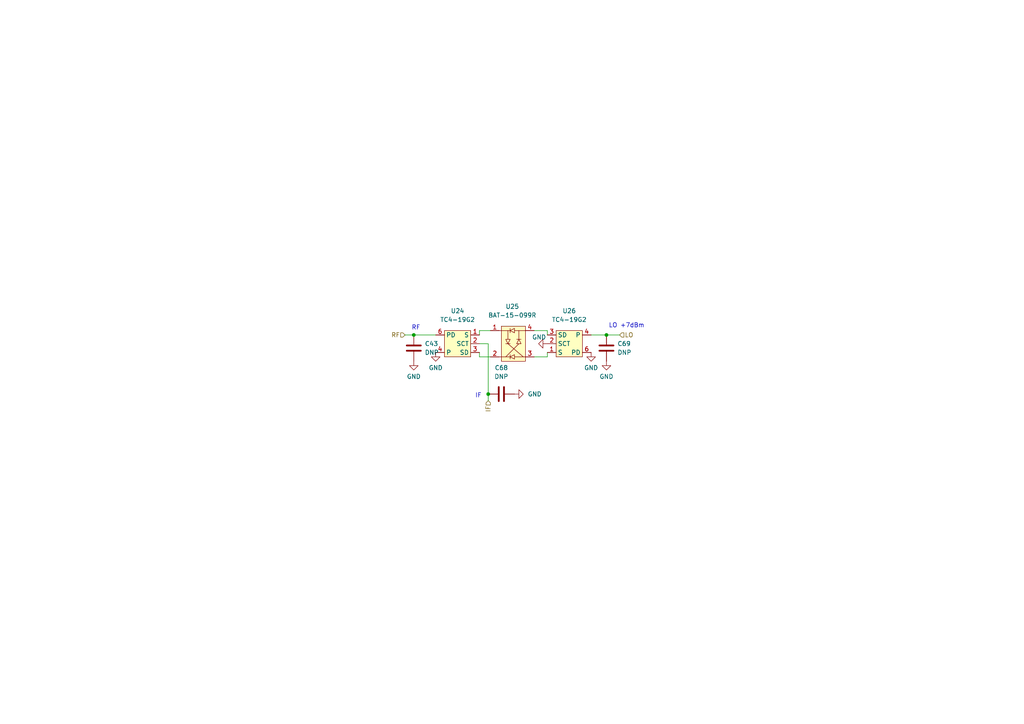
<source format=kicad_sch>
(kicad_sch (version 20211123) (generator eeschema)
  (paper "A4")
  (lib_symbols
    (symbol "Device:C" (pin_numbers hide) (pin_names (offset 0.254))
      (property "Reference" "C" (at 0.635 2.54 0))
      (property "Value" "C" (at 0.635 -2.54 0))
      (symbol "C_0_1"
        (polyline (pts (xy -2.032 -0.762) (xy 2.032 -0.762)) (stroke (width 0.508)))
        (polyline (pts (xy -2.032 0.762) (xy 2.032 0.762)) (stroke (width 0.508)))
      )
      (symbol "C_1_1"
        (pin passive line (at 0 3.81 270) (length 2.794) (name "~") (number "1"))
        (pin passive line (at 0 -3.81 90) (length 2.794) (name "~") (number "2"))
      )
    )
    (symbol "RF Parts:BAT-15-099R"
      (property "Reference" "U" (at 0.635 7.62 0))
      (property "Value" "BAT-15-099R" (at 0.635 5.715 0))
      (symbol "BAT-15-099R_0_1"
        (rectangle (start -3.175 4.445) (end 3.81 -5.715) (fill (type background)))
        (polyline (pts (xy -3.81 3.175) (xy -0.635 3.175)))
        (polyline (pts (xy -1.905 -4.445) (xy 1.905 -0.635)))
        (polyline (pts (xy -1.27 -0.635) (xy 3.175 -4.445)))
        (polyline (pts (xy -1.27 3.175) (xy -1.27 0.635)))
        (polyline (pts (xy -0.635 -5.08) (xy -0.635 -3.81)))
        (polyline (pts (xy -0.635 -4.445) (xy -3.81 -4.445)))
        (polyline (pts (xy -0.635 -0.635) (xy -1.905 -0.635)))
        (polyline (pts (xy -0.635 2.54) (xy -0.635 3.81)))
        (polyline (pts (xy 0.635 3.175) (xy 3.81 3.175)))
        (polyline (pts (xy 1.27 0.635) (xy 2.54 0.635)))
        (polyline (pts (xy 1.905 0.635) (xy 1.905 3.175)))
        (polyline (pts (xy 3.81 -4.445) (xy 0.635 -4.445)))
        (polyline (pts (xy -0.635 0.635) (xy -1.905 0.635) (xy -1.27 -0.635) (xy -0.635 0.635)))
        (polyline (pts (xy 0.635 -5.08) (xy 0.635 -3.81) (xy -0.635 -4.445) (xy 0.635 -5.08)))
        (polyline (pts (xy 0.635 2.54) (xy 0.635 3.81) (xy -0.635 3.175) (xy 0.635 2.54)))
        (polyline (pts (xy 1.27 -0.635) (xy 2.54 -0.635) (xy 1.905 0.635) (xy 1.27 -0.635)))
      )
      (symbol "BAT-15-099R_1_1"
        (pin passive line (at -6.35 3.175 0) (length 2.54) (name "") (number "1"))
        (pin passive line (at -6.35 -4.445 0) (length 2.54) (name "") (number "2"))
        (pin passive line (at 6.35 -4.445 180) (length 2.54) (name "") (number "3"))
        (pin passive line (at 6.35 3.175 180) (length 2.54) (name "") (number "4"))
      )
    )
    (symbol "RF Parts:TC4-19G2"
      (property "Reference" "U" (at 0 6.35 0))
      (property "Value" "TC4-19G2" (at 0 4.445 0))
      (symbol "TC4-19G2_0_1"
        (rectangle (start -3.81 3.175) (end 3.81 -4.445) (fill (type background)))
      )
      (symbol "TC4-19G2_1_1"
        (pin passive line (at 6.35 1.905 180) (length 2.54) (name "S") (number "1"))
        (pin passive line (at 6.35 -0.635 180) (length 2.54) (name "SCT") (number "2"))
        (pin passive line (at 6.35 -3.175 180) (length 2.54) (name "SD") (number "3"))
        (pin passive line (at -6.35 -3.175 0) (length 2.54) (name "P") (number "4"))
        (pin passive line (at -6.35 1.905 0) (length 2.54) (name "PD") (number "6"))
      )
    )
    (symbol "power:GND" (power) (pin_names (offset 0))
      (property "Value" "GND" (at 0 -3.81 0))
      (symbol "GND_0_1"
        (polyline (pts (xy 0 0) (xy 0 -1.27) (xy 1.27 -1.27) (xy 0 -2.54) (xy -1.27 -1.27) (xy 0 -1.27)))
      )
      (symbol "GND_1_1"
        (pin power_in line (at 0 0 270) (length 0) hide (name "GND") (number "1"))
      )
    )
  )
  (junction (at 175.895 97.155))
  (junction (at 120.015 97.155))
  (junction (at 141.605 114.3))
  (wire (pts (xy 139.065 99.695) (xy 141.605 99.695)))
  (wire (pts (xy 171.45 97.155) (xy 175.895 97.155)))
  (wire (pts (xy 139.065 95.885) (xy 139.065 97.155)))
  (wire (pts (xy 154.94 103.505) (xy 158.75 103.505)))
  (wire (pts (xy 154.94 95.885) (xy 158.75 95.885)))
  (wire (pts (xy 117.475 97.155) (xy 120.015 97.155)))
  (wire (pts (xy 158.75 95.885) (xy 158.75 97.155)))
  (wire (pts (xy 142.24 95.885) (xy 139.065 95.885)))
  (wire (pts (xy 139.065 102.235) (xy 139.065 103.505)))
  (wire (pts (xy 139.065 103.505) (xy 142.24 103.505)))
  (wire (pts (xy 141.605 99.695) (xy 141.605 114.3)))
  (wire (pts (xy 175.895 97.155) (xy 179.705 97.155)))
  (wire (pts (xy 158.75 103.505) (xy 158.75 102.235)))
  (wire (pts (xy 141.605 114.3) (xy 141.605 116.205)))
  (wire (pts (xy 120.015 97.155) (xy 126.365 97.155)))
  (text "RF\n" (at 121.92 95.885 180) (effects (font (size 1.27 1.27)) (justify right bottom)))
  (text "IF\n" (at 139.7 115.57 180) (effects (font (size 1.27 1.27)) (justify right bottom)))
  (text "LO +7dBm" (at 176.53 95.25 0) (effects (font (size 1.27 1.27)) (justify left bottom)))
  (hierarchical_label "RF" (shape input) (at 117.475 97.155 180))
  (hierarchical_label "LO" (shape input) (at 179.705 97.155 0))
  (hierarchical_label "IF" (shape input) (at 141.605 116.205 270))
  (symbol (lib_id "power:GND") (at 149.225 114.3 90) (unit 1)
    (property "Reference" "#PWR0147" (effects hide))
    (property "Value" "GND" (at 153.035 114.2999 90) (effects (justify right)))
  )
  (symbol (lib_id "power:GND") (at 171.45 102.235 0) (unit 1)
    (property "Reference" "#PWR0146" (effects hide))
    (property "Value" "GND" (at 171.45 106.68 0))
  )
  (symbol (lib_id "power:GND") (at 175.895 104.775 0) (unit 1)
    (property "Reference" "#PWR0145" (effects hide))
    (property "Value" "GND" (at 175.895 109.22 0))
  )
  (symbol (lib_id "RF Parts:TC4-19G2") (at 132.715 99.06 0) (unit 1)
    (property "Reference" "U24" (at 132.715 90.17 0))
    (property "Value" "TC4-19G2" (at 132.715 92.71 0))
    (property "Footprint" "Library:AT224" (effects hide))
  )
  (symbol (lib_id "RF Parts:TC4-19G2") (at 165.1 100.33 180) (unit 1)
    (property "Reference" "U26" (at 165.1 90.17 0))
    (property "Value" "TC4-19G2" (at 165.1 92.71 0))
    (property "Footprint" "Library:AT224" (effects hide))
  )
  (symbol (lib_id "Device:C") (at 175.895 100.965 0) (unit 1)
    (property "Reference" "C69" (at 179.07 99.6949 0) (effects (justify left)))
    (property "Value" "DNP" (at 179.07 102.2349 0) (effects (justify left)))
    (property "Footprint" "Capacitor_SMD:C_0402_1005Metric" (effects hide))
  )
  (symbol (lib_id "power:GND") (at 158.75 99.695 270) (unit 1)
    (property "Reference" "#PWR0149" (effects hide))
    (property "Value" "GND" (at 154.305 97.79 90) (effects (justify left)))
  )
  (symbol (lib_id "power:GND") (at 126.365 102.235 0) (unit 1)
    (property "Reference" "#PWR0142" (effects hide))
    (property "Value" "GND" (at 126.365 106.68 0))
  )
  (symbol (lib_id "Device:C") (at 120.015 100.965 0) (unit 1)
    (property "Reference" "C43" (at 123.19 99.6949 0) (effects (justify left)))
    (property "Value" "DNP" (at 123.19 102.2349 0) (effects (justify left)))
    (property "Footprint" "Capacitor_SMD:C_0402_1005Metric" (effects hide))
  )
  (symbol (lib_id "RF Parts:BAT-15-099R") (at 148.59 99.06 0) (unit 1)
    (property "Reference" "U25" (at 148.59 88.9 0))
    (property "Value" "BAT-15-099R" (at 148.59 91.44 0))
    (property "Footprint" "Package_TO_SOT_SMD:SOT-143" (effects hide))
  )
  (symbol (lib_id "power:GND") (at 120.015 104.775 0) (unit 1)
    (property "Reference" "#PWR0143" (effects hide))
    (property "Value" "GND" (at 120.015 109.22 0))
  )
  (symbol (lib_id "Device:C") (at 145.415 114.3 90) (unit 1)
    (property "Reference" "C68" (at 145.415 106.68 90))
    (property "Value" "DNP" (at 145.415 109.22 90))
    (property "Footprint" "Capacitor_SMD:C_0402_1005Metric" (effects hide))
  )
)
</source>
